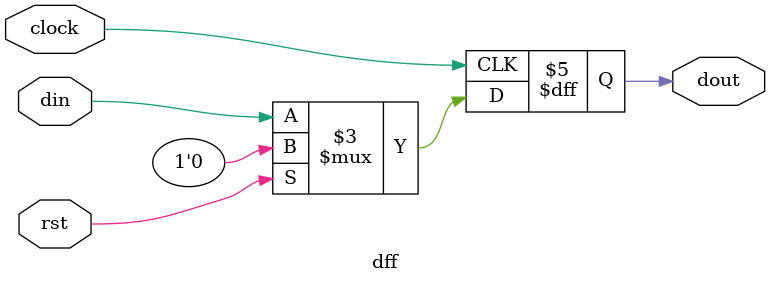
<source format=v>
module dff(input clock, rst, din, output reg dout); 
    always@(posedge clock)
        begin 
            if(rst)
                dout <= 0; 
            else 
                dout <= din; 
        end 
endmodule 
</source>
